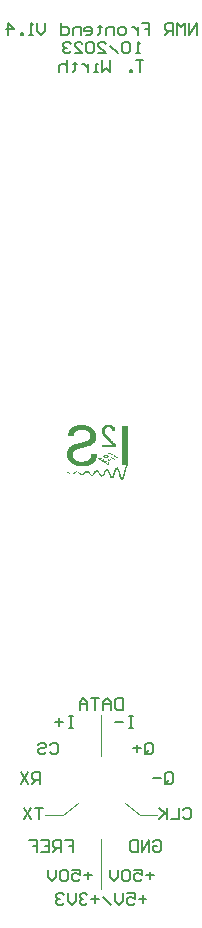
<source format=gbo>
G04*
G04 #@! TF.GenerationSoftware,Altium Limited,Altium Designer,23.11.1 (41)*
G04*
G04 Layer_Color=32896*
%FSLAX25Y25*%
%MOIN*%
G70*
G04*
G04 #@! TF.SameCoordinates,CB1B34B6-0843-45E9-8427-EF7A7B179012*
G04*
G04*
G04 #@! TF.FilePolarity,Positive*
G04*
G01*
G75*
%ADD13C,0.00394*%
%ADD15C,0.00610*%
G36*
X2819Y8163D02*
X3014Y8130D01*
X3290Y8082D01*
X3582Y7952D01*
X3810Y7854D01*
X3972Y7757D01*
X4313Y7416D01*
X4345Y7351D01*
X4475Y7221D01*
X4508Y7091D01*
X4589Y6913D01*
X4654Y6750D01*
X4686Y6491D01*
X4735Y6182D01*
X4654Y6101D01*
X3631Y6117D01*
X3599Y6345D01*
X3534Y6734D01*
X3469Y6799D01*
X3436Y6929D01*
X3225Y7140D01*
X3128Y7173D01*
X2998Y7302D01*
X2024Y7335D01*
X1894Y7302D01*
X1764Y7173D01*
X1634Y7140D01*
X1553Y6994D01*
X1391Y6832D01*
X1359Y6702D01*
X1293Y6539D01*
X1245Y6231D01*
X1261Y5923D01*
X1326Y5760D01*
X1359Y5598D01*
X1423Y5435D01*
X1586Y5143D01*
X1716Y4916D01*
X1813Y4819D01*
X1846Y4754D01*
X1943Y4656D01*
X1975Y4591D01*
X2056Y4510D01*
X2121Y4478D01*
X2170Y4397D01*
X2203Y4332D01*
X2300Y4234D01*
X2332Y4169D01*
X2462Y4039D01*
X2544Y3926D01*
X2608Y3893D01*
X2625Y3845D01*
X2738Y3731D01*
X2803Y3699D01*
X2836Y3634D01*
X2901Y3601D01*
X3079Y3423D01*
X3112Y3358D01*
X3209Y3260D01*
X3290Y3147D01*
X3355Y3114D01*
X3664Y2806D01*
X3745Y2692D01*
X3810Y2660D01*
X4086Y2384D01*
X4102Y2367D01*
X4313Y2156D01*
X4345Y2091D01*
X4394Y2043D01*
X4459Y2010D01*
X4784Y1686D01*
X4816Y1556D01*
X4800Y1020D01*
X4832Y923D01*
X4784Y777D01*
X336Y744D01*
X206Y777D01*
X190Y1215D01*
X157Y1442D01*
X206Y1491D01*
X3355Y1523D01*
X3501Y1572D01*
X3534Y1669D01*
X3420Y1751D01*
X3355Y1783D01*
X3306Y1832D01*
X3274Y1897D01*
X3031Y2140D01*
X2966Y2173D01*
X1586Y3553D01*
X1553Y3617D01*
X1391Y3780D01*
X1359Y3845D01*
X1310Y3861D01*
X1261Y3910D01*
X1229Y3974D01*
X1131Y4072D01*
X1099Y4137D01*
X1050Y4186D01*
X985Y4218D01*
X936Y4299D01*
X904Y4364D01*
X855Y4413D01*
X579Y4819D01*
X482Y4981D01*
X449Y5111D01*
X352Y5208D01*
X320Y5338D01*
X287Y5565D01*
X255Y5663D01*
X222Y6280D01*
X271Y6458D01*
X320Y6832D01*
X352Y6961D01*
X433Y7043D01*
X514Y7254D01*
X612Y7351D01*
X644Y7416D01*
X855Y7627D01*
X920Y7660D01*
X936Y7708D01*
X1115Y7822D01*
X1342Y7952D01*
X1472Y7984D01*
X1521Y8033D01*
X1862Y8114D01*
X1992Y8146D01*
X2089Y8179D01*
X2819Y8163D01*
D02*
G37*
G36*
X2998Y-1236D02*
X3031D01*
X3144Y-1285D01*
X3177Y-1383D01*
X3031Y-1464D01*
X2933Y-1561D01*
X2738Y-1594D01*
X2576Y-1529D01*
X2414Y-1431D01*
X2365Y-1383D01*
X2381Y-1269D01*
X2446Y-1236D01*
X2576Y-1204D01*
X2641Y-1139D01*
X2803Y-1106D01*
X2998Y-1236D01*
D02*
G37*
G36*
X3810Y-1691D02*
X3875Y-1723D01*
X3891Y-1740D01*
X3956Y-1772D01*
X3988Y-1902D01*
X3810Y-2048D01*
X3615Y-2080D01*
X3388Y-2015D01*
X3242Y-1837D01*
X3290Y-1756D01*
X3517Y-1626D01*
X3582Y-1594D01*
X3810Y-1691D01*
D02*
G37*
G36*
X4556Y-2113D02*
X4621Y-2178D01*
X4784Y-2243D01*
X4865Y-2356D01*
X4832Y-2389D01*
Y-2421D01*
X4784Y-2470D01*
X4719Y-2503D01*
X4492Y-2600D01*
X4345Y-2551D01*
X4151Y-2454D01*
X4118Y-2259D01*
X4232Y-2210D01*
X4427Y-2080D01*
X4556Y-2113D01*
D02*
G37*
G36*
X5628Y-2730D02*
X5693Y-2795D01*
X5709Y-2811D01*
X5742Y-2876D01*
X5709Y-2941D01*
X5530Y-2990D01*
X5433Y-3087D01*
X5336Y-3119D01*
X5173Y-3022D01*
X5011Y-2957D01*
X4962Y-2876D01*
X4995Y-2778D01*
X5043Y-2730D01*
X5206Y-2632D01*
X5336Y-2600D01*
X5628Y-2730D01*
D02*
G37*
G36*
X1732Y-1756D02*
X1797Y-1821D01*
X1927Y-1853D01*
X2056Y-1983D01*
X2121Y-2015D01*
X2170Y-2064D01*
X2203Y-2129D01*
X2251Y-2178D01*
X2316Y-2210D01*
X2381Y-2275D01*
X2544Y-2340D01*
X2625Y-2421D01*
X2592Y-2551D01*
X2544Y-2600D01*
X2251Y-2762D01*
X1829Y-2990D01*
X1732Y-3087D01*
X1570Y-3119D01*
X1505Y-3054D01*
X1147Y-2860D01*
X953Y-2730D01*
X790Y-2665D01*
X725Y-2600D01*
X709Y-2584D01*
X514Y-2486D01*
X482Y-2389D01*
X693Y-2275D01*
X758Y-2210D01*
X888Y-2178D01*
X1018Y-2048D01*
X1180Y-2015D01*
X1245Y-1951D01*
X1407Y-1853D01*
X1602Y-1723D01*
X1732Y-1756D01*
D02*
G37*
G36*
X-86Y-2860D02*
X-38Y-2908D01*
X125Y-2973D01*
X157Y-3103D01*
X76Y-3184D01*
X11Y-3217D01*
X-38Y-3266D01*
X-200Y-3330D01*
X-232Y-3428D01*
X-184Y-3444D01*
X-167Y-3460D01*
X-151Y-3477D01*
X76Y-3606D01*
X141Y-3671D01*
X238Y-3704D01*
X255Y-3525D01*
X303Y-3477D01*
X466Y-3412D01*
X531Y-3347D01*
X725Y-3314D01*
X807Y-3395D01*
X969Y-3460D01*
X1001Y-3525D01*
X969Y-3655D01*
X823Y-3769D01*
X531Y-3801D01*
X482Y-3850D01*
X498Y-3866D01*
X660Y-3931D01*
X725Y-3996D01*
X790Y-4028D01*
X1018Y-4191D01*
X1034Y-4175D01*
X1131Y-4012D01*
X1180Y-3963D01*
X1342Y-3899D01*
X1456Y-3785D01*
X1537Y-3801D01*
X1634Y-3899D01*
X1764Y-3931D01*
X1846Y-4012D01*
X1878Y-4142D01*
X1829Y-4191D01*
X1667Y-4223D01*
X1586Y-4304D01*
X1521Y-4467D01*
X1862Y-4645D01*
X1943Y-4597D01*
X1975Y-4532D01*
X2154Y-4386D01*
X2349Y-4353D01*
X2576Y-4386D01*
X2755Y-4564D01*
X2738Y-4645D01*
X2673Y-4678D01*
X2511Y-4743D01*
X2414Y-4840D01*
X2349Y-4873D01*
X2332Y-4954D01*
X2381Y-5003D01*
X2511Y-5035D01*
X2560Y-5084D01*
X2592Y-5311D01*
X2544Y-5360D01*
X2495Y-5311D01*
X2284Y-5230D01*
X2219Y-5165D01*
X2056Y-5100D01*
X1959Y-5003D01*
X1797Y-4970D01*
X1667Y-4840D01*
X1602Y-4808D01*
X1472Y-4775D01*
X1375Y-4678D01*
X1277Y-4645D01*
X1196Y-4564D01*
X985Y-4483D01*
X888Y-4386D01*
X823Y-4353D01*
X693Y-4321D01*
X579Y-4207D01*
X368Y-4126D01*
X303Y-4061D01*
X238Y-4028D01*
X76Y-3931D01*
X-86Y-3866D01*
X-216Y-3736D01*
X-378Y-3704D01*
X-508Y-3574D01*
X-638Y-3542D01*
X-736Y-3444D01*
X-865Y-3412D01*
X-947Y-3298D01*
X-930Y-3217D01*
X-898Y-3087D01*
X-800Y-3119D01*
X-671Y-3152D01*
X-606Y-3249D01*
X-525Y-3233D01*
X-622Y-3136D01*
X-606Y-2990D01*
X-541Y-2957D01*
X-411Y-2925D01*
X-346Y-2860D01*
X-216Y-2827D01*
X-86Y-2860D01*
D02*
G37*
G36*
X3810Y-2827D02*
X3858Y-2876D01*
X3891Y-2941D01*
X3923Y-3071D01*
X4005Y-3152D01*
X4232Y-3087D01*
X4362Y-3119D01*
X4443Y-3201D01*
X4540Y-3363D01*
X4508Y-3493D01*
X4297Y-3606D01*
X4102Y-3542D01*
X3972Y-3574D01*
X3956Y-3525D01*
X4264Y-3477D01*
X4313Y-3428D01*
X4345Y-3363D01*
X4297Y-3314D01*
X4232Y-3282D01*
X4102Y-3249D01*
X3875Y-3282D01*
X3712Y-3347D01*
X3696Y-3395D01*
X3761Y-3558D01*
X3858Y-3590D01*
X3891Y-3655D01*
X3761Y-3785D01*
X3729Y-3882D01*
X3664Y-3947D01*
X3647Y-3963D01*
X3566Y-4045D01*
X3144Y-4077D01*
X2966Y-4061D01*
X2917Y-4012D01*
X2819Y-3850D01*
X2771Y-3801D01*
X2414Y-3769D01*
X2365Y-3720D01*
X2332Y-3655D01*
X2203Y-3558D01*
X2170Y-3395D01*
X2251Y-3314D01*
X2381Y-3282D01*
X2511Y-3152D01*
X2933Y-3119D01*
X2949Y-3071D01*
X2982Y-2941D01*
X3160Y-2795D01*
X3225Y-2762D01*
X3290Y-2697D01*
X3453Y-2665D01*
X3810Y-2827D01*
D02*
G37*
G36*
X-5281Y7919D02*
X-5151Y7887D01*
X-4989Y7789D01*
X-4632Y7757D01*
X-4502Y7724D01*
X-4437Y7660D01*
X-4307Y7627D01*
X-4096Y7546D01*
X-3788Y7432D01*
X-3690Y7335D01*
X-3528Y7302D01*
X-3398Y7173D01*
X-3300Y7140D01*
X-3090Y6994D01*
X-2911Y6848D01*
X-2846Y6815D01*
X-2830Y6767D01*
X-2781Y6718D01*
X-2716Y6685D01*
X-2667Y6637D01*
X-2635Y6572D01*
X-2537Y6507D01*
X-2505Y6442D01*
X-2456Y6393D01*
X-2391Y6361D01*
X-2343Y6247D01*
X-2245Y6150D01*
X-2213Y6085D01*
X-2083Y5890D01*
X-2050Y5825D01*
X-2018Y5695D01*
X-1921Y5598D01*
X-1888Y5435D01*
X-1823Y5208D01*
X-1774Y5160D01*
X-1742Y5030D01*
X-1693Y4591D01*
X-1661Y4267D01*
X-1726Y3390D01*
X-1856Y3098D01*
X-1888Y2838D01*
X-1986Y2741D01*
X-2018Y2676D01*
X-2083Y2514D01*
X-2148Y2449D01*
X-2180Y2384D01*
X-2343Y2156D01*
X-2375Y2091D01*
X-2554Y1913D01*
X-2619Y1881D01*
X-2667Y1832D01*
X-2846Y1686D01*
X-3073Y1556D01*
X-3138Y1491D01*
X-3300Y1393D01*
X-3430Y1361D01*
X-3495Y1296D01*
X-3820Y1166D01*
X-3934Y1118D01*
X-4145Y1069D01*
X-4242Y971D01*
X-4599Y939D01*
X-4794Y809D01*
X-5281Y744D01*
X-5508Y647D01*
X-5768Y614D01*
X-6044Y533D01*
X-6352Y484D01*
X-6612Y419D01*
X-6677Y354D01*
X-6937Y322D01*
X-7164Y290D01*
X-7375Y176D01*
X-7651Y127D01*
X-7830Y46D01*
X-8008Y-3D01*
X-8300Y-132D01*
X-8528Y-197D01*
X-8609Y-279D01*
X-8820Y-360D01*
X-8917Y-457D01*
X-8982Y-490D01*
X-9161Y-668D01*
X-9193Y-733D01*
X-9258Y-798D01*
X-9356Y-960D01*
X-9420Y-1188D01*
X-9485Y-1253D01*
X-9518Y-1512D01*
X-9550Y-1610D01*
X-9518Y-2324D01*
X-9388Y-2519D01*
X-9356Y-2681D01*
X-9323Y-2811D01*
X-9274Y-2827D01*
X-9161Y-3038D01*
X-9063Y-3201D01*
X-8852Y-3412D01*
X-8787Y-3444D01*
X-8739Y-3493D01*
X-8560Y-3639D01*
X-8495Y-3671D01*
X-8446Y-3720D01*
X-8235Y-3801D01*
X-8170Y-3866D01*
X-8008Y-3931D01*
X-7635Y-4045D01*
X-7229Y-4093D01*
X-7132Y-4126D01*
X-5995Y-4158D01*
X-5898Y-4126D01*
X-5346Y-4061D01*
X-5216Y-4028D01*
X-4859Y-3931D01*
X-4729Y-3899D01*
X-4632Y-3801D01*
X-4437Y-3769D01*
X-4339Y-3671D01*
X-4112Y-3542D01*
X-4080Y-3477D01*
X-3966Y-3395D01*
X-3934Y-3330D01*
X-3771Y-3168D01*
X-3739Y-3038D01*
X-3609Y-2908D01*
X-3576Y-2811D01*
X-3544Y-2681D01*
X-3447Y-2454D01*
X-3414Y-2324D01*
X-3365Y-1886D01*
X-3382Y-1675D01*
X-3300Y-1594D01*
X-1466Y-1610D01*
X-1434Y-1740D01*
X-1466Y-1837D01*
X-1434Y-1902D01*
X-1450Y-1951D01*
X-1515Y-2373D01*
X-1547Y-2535D01*
X-1612Y-2925D01*
X-1677Y-3087D01*
X-1726Y-3298D01*
X-1839Y-3509D01*
X-1888Y-3688D01*
X-2002Y-3801D01*
X-2083Y-4012D01*
X-2132Y-4028D01*
X-2180Y-4110D01*
X-2213Y-4175D01*
X-2343Y-4304D01*
X-2375Y-4369D01*
X-2424Y-4386D01*
X-2473Y-4434D01*
X-2505Y-4499D01*
X-2619Y-4613D01*
X-2684Y-4645D01*
X-2813Y-4775D01*
X-2878Y-4808D01*
X-3008Y-4938D01*
X-3073Y-4970D01*
X-3235Y-5035D01*
X-3349Y-5116D01*
X-3560Y-5197D01*
X-3625Y-5262D01*
X-3852Y-5295D01*
X-4047Y-5424D01*
X-4404Y-5457D01*
X-4632Y-5554D01*
X-4761Y-5587D01*
X-4859Y-5619D01*
X-6482Y-5652D01*
X-7489Y-5619D01*
X-7716Y-5587D01*
X-7943Y-5489D01*
X-8268Y-5457D01*
X-8398Y-5424D01*
X-8690Y-5295D01*
X-8820Y-5262D01*
X-8998Y-5181D01*
X-9209Y-5100D01*
X-9258Y-5051D01*
X-9469Y-4970D01*
X-9567Y-4873D01*
X-9729Y-4808D01*
X-9826Y-4710D01*
X-9891Y-4678D01*
X-9956Y-4613D01*
X-10021Y-4580D01*
X-10183Y-4418D01*
X-10248Y-4386D01*
X-10524Y-4110D01*
X-10557Y-4045D01*
X-10719Y-3882D01*
X-10752Y-3817D01*
X-10849Y-3655D01*
X-10881Y-3590D01*
X-11011Y-3395D01*
X-11044Y-3298D01*
X-11076Y-3168D01*
X-11206Y-3038D01*
X-11239Y-2778D01*
X-11271Y-2649D01*
X-11336Y-2486D01*
X-11368Y-2389D01*
X-11401Y-1707D01*
X-11368Y-895D01*
X-11336Y-766D01*
X-11255Y-587D01*
X-11222Y-327D01*
X-11190Y-197D01*
X-11125Y-165D01*
X-11076Y-116D01*
X-11044Y79D01*
X-10979Y143D01*
X-10881Y306D01*
X-10817Y371D01*
X-10784Y436D01*
X-10654Y566D01*
X-10622Y630D01*
X-10541Y712D01*
X-10476Y744D01*
X-10378Y841D01*
X-10216Y939D01*
X-10119Y1036D01*
X-9696Y1264D01*
X-9583Y1345D01*
X-9372Y1393D01*
X-9242Y1523D01*
X-9015Y1556D01*
X-8722Y1686D01*
X-8592Y1718D01*
X-8317Y1799D01*
X-8073Y1848D01*
X-7797Y1962D01*
X-7391Y2010D01*
X-7261Y2043D01*
X-7099Y2140D01*
X-6774Y2173D01*
X-6645Y2205D01*
X-6482Y2270D01*
X-6287Y2303D01*
X-6028Y2367D01*
X-5865Y2432D01*
X-5573Y2465D01*
X-5443Y2497D01*
X-5346Y2595D01*
X-5054Y2627D01*
X-4924Y2660D01*
X-4826Y2757D01*
X-4696Y2789D01*
X-4339Y2952D01*
X-4112Y3082D01*
X-4064Y3130D01*
X-4031Y3195D01*
X-3901Y3325D01*
X-3869Y3390D01*
X-3771Y3488D01*
X-3739Y3617D01*
X-3674Y3780D01*
X-3609Y3845D01*
X-3576Y4819D01*
X-3706Y5014D01*
X-3739Y5143D01*
X-3804Y5306D01*
X-3901Y5468D01*
X-4031Y5598D01*
X-4064Y5663D01*
X-4112Y5711D01*
X-4177Y5744D01*
X-4275Y5841D01*
X-4437Y5939D01*
X-4550Y6052D01*
X-4729Y6101D01*
X-4810Y6182D01*
X-4972Y6247D01*
X-5135Y6280D01*
X-5297Y6345D01*
X-5427Y6377D01*
X-5833Y6426D01*
X-5930Y6458D01*
X-7018Y6442D01*
X-7424Y6393D01*
X-7554Y6361D01*
X-7700Y6312D01*
X-7878Y6263D01*
X-8106Y6199D01*
X-8187Y6117D01*
X-8365Y6069D01*
X-8414Y6020D01*
X-8446Y5955D01*
X-8495Y5939D01*
X-8868Y5565D01*
X-8901Y5468D01*
X-9031Y5273D01*
X-9063Y5143D01*
Y5111D01*
X-9128Y4981D01*
X-9161Y4689D01*
X-9209Y4543D01*
X-10898Y4510D01*
X-11028Y4543D01*
X-11060Y4608D01*
X-11028Y5127D01*
X-10995Y5289D01*
X-10914Y5500D01*
X-10881Y5630D01*
X-10833Y5776D01*
X-10719Y6085D01*
X-10654Y6150D01*
X-10622Y6215D01*
X-10557Y6377D01*
X-10492Y6442D01*
X-10378Y6621D01*
X-10313Y6653D01*
X-10297Y6702D01*
X-10086Y6913D01*
X-10021Y6945D01*
X-9891Y7075D01*
X-9713Y7189D01*
X-9680Y7254D01*
X-9437Y7367D01*
X-9015Y7595D01*
X-8787Y7660D01*
X-8722Y7724D01*
X-8528Y7757D01*
X-8300Y7789D01*
X-8008Y7919D01*
X-5995Y7952D01*
X-5281Y7919D01*
D02*
G37*
G36*
X8826Y7578D02*
X8858Y-4921D01*
X8826Y-5441D01*
X8761Y-5603D01*
X8664Y-5765D01*
X8598Y-5830D01*
X8534Y-6090D01*
X8452Y-6171D01*
X8404Y-6350D01*
X8371Y-6674D01*
X8274Y-6772D01*
X8225Y-7080D01*
X8177Y-7324D01*
X8111Y-7486D01*
X8079Y-7746D01*
X7998Y-7925D01*
X7949Y-8233D01*
X7917Y-8460D01*
X7884Y-8558D01*
X7803Y-8671D01*
X7754Y-9045D01*
X7722Y-9174D01*
X7657Y-9239D01*
X7625Y-9434D01*
X7511Y-9645D01*
X7462Y-9824D01*
X7381Y-9905D01*
X7251Y-10100D01*
X6829Y-10132D01*
X6699Y-10100D01*
X6683Y-10051D01*
X6618Y-10019D01*
X6391Y-9726D01*
Y-9694D01*
X6293Y-9532D01*
X6196Y-9142D01*
X6099Y-9045D01*
X6066Y-8687D01*
X5953Y-8476D01*
X5904Y-8168D01*
X5823Y-7957D01*
X5774Y-7713D01*
X5644Y-7421D01*
X5612Y-7162D01*
X5579Y-7032D01*
X5482Y-6934D01*
X5449Y-6772D01*
X5417Y-6642D01*
X5336Y-6561D01*
X5206Y-6528D01*
X5125Y-6674D01*
X5060Y-6837D01*
X4995Y-6902D01*
X4962Y-7097D01*
X4930Y-7226D01*
X4881Y-7275D01*
X4816Y-7438D01*
X4767Y-7713D01*
X4702Y-7778D01*
X4670Y-7908D01*
X4605Y-8135D01*
X4540Y-8200D01*
X4508Y-8525D01*
X4378Y-8655D01*
X4345Y-8850D01*
X4313Y-8980D01*
X4216Y-9077D01*
X4151Y-9239D01*
X3907Y-9483D01*
X3420Y-9515D01*
X3290Y-9483D01*
X3079Y-9272D01*
X2949Y-9045D01*
X2852Y-8947D01*
X2819Y-8752D01*
X2690Y-8558D01*
X2625Y-8298D01*
X2544Y-8152D01*
X2446Y-7892D01*
X2332Y-7584D01*
X2235Y-7421D01*
X2203Y-7324D01*
X2170Y-7194D01*
X2089Y-7145D01*
X1992Y-6950D01*
X1894Y-6918D01*
X1781Y-7032D01*
X1651Y-7259D01*
X1553Y-7421D01*
X1505Y-7600D01*
X1440Y-7632D01*
X1391Y-7746D01*
X1229Y-8103D01*
X1196Y-8233D01*
X1147Y-8282D01*
X1066Y-8493D01*
X936Y-8623D01*
X904Y-8752D01*
X742Y-8915D01*
X709Y-8980D01*
X531Y-9061D01*
X433Y-9093D01*
X206Y-9126D01*
X-21Y-9061D01*
X-151Y-9028D01*
X-216Y-8963D01*
X-378Y-8769D01*
X-525Y-8590D01*
X-654Y-8363D01*
X-687Y-8298D01*
X-736Y-8249D01*
X-817Y-8038D01*
X-898Y-7957D01*
X-979Y-7746D01*
X-1044Y-7681D01*
X-1077Y-7616D01*
X-1239Y-7389D01*
X-1417Y-7243D01*
X-1515Y-7210D01*
X-1791Y-7584D01*
X-1888Y-7746D01*
X-2018Y-7876D01*
X-2050Y-8006D01*
X-2115Y-8071D01*
X-2213Y-8233D01*
X-2310Y-8330D01*
X-2343Y-8395D01*
X-2651Y-8704D01*
X-2781Y-8736D01*
X-2878Y-8833D01*
X-3171Y-8866D01*
X-3300Y-8833D01*
X-3463Y-8736D01*
X-3593Y-8704D01*
X-3885Y-8411D01*
X-4031Y-8233D01*
X-4064Y-8168D01*
X-4193Y-8038D01*
X-4226Y-7973D01*
X-4323Y-7876D01*
X-4356Y-7811D01*
X-4664Y-7502D01*
X-4826Y-7470D01*
X-4956Y-7502D01*
X-5135Y-7681D01*
X-5167Y-7746D01*
X-5265Y-7811D01*
X-5297Y-7876D01*
X-5378Y-7957D01*
X-5443Y-7989D01*
X-5460Y-8038D01*
X-5768Y-8347D01*
X-5995Y-8476D01*
X-6109Y-8558D01*
X-6304Y-8590D01*
X-6434Y-8623D01*
X-6742Y-8574D01*
X-6969Y-8476D01*
X-7132Y-8411D01*
X-7197Y-8314D01*
X-7261Y-8282D01*
X-7391Y-8152D01*
X-7456Y-8119D01*
X-7716Y-7859D01*
X-7878Y-7762D01*
X-7976Y-7665D01*
X-8235Y-7632D01*
X-8365Y-7665D01*
X-8414Y-7713D01*
X-9047Y-8184D01*
X-9274Y-8314D01*
X-9339Y-8379D01*
X-9534Y-8411D01*
X-9631Y-8444D01*
X-10313Y-8411D01*
X-10443Y-8282D01*
X-10573Y-8249D01*
X-10800Y-8087D01*
X-11028Y-7957D01*
X-11092Y-7892D01*
X-11206Y-7811D01*
X-11417Y-7762D01*
X-11498Y-7681D01*
X-11450Y-7535D01*
X-11190Y-7502D01*
X-11028Y-7567D01*
X-10979Y-7616D01*
X-10768Y-7665D01*
X-10703Y-7730D01*
X-10476Y-7859D01*
X-10248Y-8022D01*
X-9956Y-8184D01*
X-9794Y-8217D01*
X-9502Y-8087D01*
X-9437Y-8022D01*
X-9372Y-7989D01*
X-9307Y-7925D01*
X-9144Y-7827D01*
X-8982Y-7665D01*
X-8917Y-7632D01*
X-8722Y-7502D01*
X-8592Y-7470D01*
X-8528Y-7405D01*
X-7911Y-7373D01*
X-7683Y-7470D01*
X-7554Y-7502D01*
X-7456Y-7600D01*
X-7391Y-7632D01*
X-7229Y-7795D01*
X-7164Y-7827D01*
X-6904Y-8087D01*
X-6839Y-8119D01*
X-6774Y-8184D01*
X-6482Y-8347D01*
X-6255Y-8249D01*
X-5784Y-7778D01*
X-5752Y-7713D01*
X-5541Y-7502D01*
X-5476Y-7470D01*
X-5411Y-7405D01*
X-5249Y-7308D01*
X-5151Y-7210D01*
X-4664Y-7178D01*
X-4437Y-7210D01*
X-4372Y-7275D01*
X-4210Y-7373D01*
X-3966Y-7616D01*
X-3934Y-7681D01*
X-3836Y-7778D01*
X-3739Y-7941D01*
X-3674Y-7973D01*
X-3560Y-8152D01*
X-3414Y-8330D01*
X-3235Y-8476D01*
X-3041Y-8509D01*
X-2797Y-8265D01*
X-2765Y-8200D01*
X-2700Y-8135D01*
X-2667Y-8038D01*
X-2537Y-7908D01*
X-2456Y-7697D01*
X-2391Y-7665D01*
X-2310Y-7519D01*
X-2245Y-7454D01*
X-2213Y-7389D01*
X-1872Y-7048D01*
X-1807Y-7015D01*
X-1645Y-6950D01*
X-1320Y-6918D01*
X-1158Y-6983D01*
X-1028Y-7015D01*
X-898Y-7145D01*
X-752Y-7324D01*
X-589Y-7551D01*
X-427Y-7843D01*
X-362Y-7908D01*
X-330Y-8071D01*
X-281Y-8119D01*
X-216Y-8152D01*
X-167Y-8265D01*
X-103Y-8428D01*
X141Y-8769D01*
X271Y-8801D01*
X384Y-8687D01*
X514Y-8460D01*
X774Y-7973D01*
X807Y-7843D01*
X904Y-7746D01*
X936Y-7616D01*
X1001Y-7454D01*
X1261Y-6967D01*
X1326Y-6902D01*
X1407Y-6788D01*
X1521Y-6707D01*
X1602Y-6593D01*
X2056Y-6561D01*
X2186Y-6593D01*
X2284Y-6691D01*
X2349Y-6723D01*
X2495Y-6902D01*
X2527Y-6967D01*
X2608Y-7048D01*
X2657Y-7259D01*
X2755Y-7356D01*
X2819Y-7519D01*
X2852Y-7649D01*
X2901Y-7697D01*
X2949Y-7876D01*
X3063Y-8087D01*
X3112Y-8363D01*
X3209Y-8460D01*
X3242Y-8525D01*
X3274Y-8655D01*
X3306Y-8752D01*
X3404Y-8915D01*
X3469Y-9077D01*
X3647Y-9158D01*
X3696Y-9110D01*
X3729Y-9012D01*
X3793Y-8850D01*
X3875Y-8736D01*
X3923Y-8558D01*
X3956Y-8428D01*
X4021Y-8363D01*
X4086Y-8103D01*
X4183Y-7876D01*
X4216Y-7681D01*
X4248Y-7551D01*
X4345Y-7454D01*
X4378Y-7097D01*
X4508Y-6967D01*
X4540Y-6772D01*
X4605Y-6610D01*
X4735Y-6382D01*
X4978Y-6139D01*
X5498Y-6106D01*
X5709Y-6252D01*
X5904Y-6610D01*
X5936Y-6707D01*
X6017Y-6821D01*
X6066Y-7129D01*
X6196Y-7324D01*
X6228Y-7616D01*
X6342Y-7892D01*
X6375Y-8022D01*
X6407Y-8217D01*
X6472Y-8379D01*
X6521Y-8623D01*
X6586Y-8850D01*
X6650Y-8915D01*
X6683Y-9174D01*
X6716Y-9304D01*
X6813Y-9402D01*
X6845Y-9596D01*
X6910Y-9661D01*
X6991Y-9645D01*
X7073Y-9467D01*
X7137Y-9402D01*
X7170Y-9110D01*
X7203Y-8980D01*
X7300Y-8882D01*
X7365Y-8395D01*
X7397Y-8265D01*
X7446Y-8217D01*
X7495Y-7973D01*
X7560Y-7713D01*
X7592Y-7616D01*
X7625Y-7356D01*
X7689Y-7097D01*
X7738Y-7048D01*
X7787Y-6804D01*
X7819Y-6480D01*
X7917Y-6382D01*
X7949Y-6155D01*
X8047Y-5928D01*
X8079Y-5863D01*
X8177Y-5636D01*
X8209Y-5571D01*
X8258Y-5522D01*
X8323Y-5489D01*
X8371Y-5441D01*
X8404Y-5376D01*
X8355Y-5327D01*
X7089Y-5295D01*
X7040Y-5246D01*
X7056Y7595D01*
X8680Y7627D01*
X8826Y7578D01*
D02*
G37*
%LPC*%
G36*
X1634Y-2275D02*
X1472Y-2340D01*
X1423Y-2389D01*
X1407Y-2405D01*
X1391Y-2421D01*
X1570Y-2535D01*
X1667Y-2568D01*
X1716Y-2519D01*
X1846Y-2486D01*
X1878Y-2389D01*
X1634Y-2275D01*
D02*
G37*
G36*
X1277Y-4256D02*
X1229Y-4304D01*
Y-4337D01*
X1245Y-4353D01*
X1310Y-4386D01*
X1359Y-4337D01*
X1342Y-4288D01*
X1277Y-4256D01*
D02*
G37*
G36*
X2121Y-4743D02*
X2040Y-4759D01*
X2056Y-4840D01*
X2138Y-4824D01*
X2154Y-4808D01*
X2170Y-4791D01*
X2121Y-4743D01*
D02*
G37*
G36*
X3420Y-2827D02*
X3258Y-2892D01*
X3193Y-2925D01*
X3144Y-2973D01*
X3112Y-3038D01*
X3063Y-3087D01*
X2966Y-3119D01*
X2949Y-3168D01*
Y-3201D01*
X2933Y-3282D01*
X2446Y-3314D01*
X2365Y-3460D01*
X2381Y-3542D01*
X2738Y-3574D01*
X2868Y-3542D01*
X2933Y-3477D01*
X2966Y-3314D01*
X3095Y-3282D01*
X3144Y-3168D01*
X3209Y-3136D01*
X3453Y-3087D01*
X3550Y-3119D01*
X3680Y-3087D01*
X3696Y-3006D01*
X3550Y-2860D01*
X3420Y-2827D01*
D02*
G37*
G36*
X3469Y-3298D02*
X3160Y-3314D01*
X3112Y-3493D01*
X3160Y-3542D01*
X3258Y-3574D01*
X3355Y-3542D01*
X3453Y-3574D01*
X3566Y-3460D01*
X3582Y-3444D01*
X3631Y-3395D01*
X3599Y-3330D01*
X3469Y-3298D01*
D02*
G37*
G36*
X3485Y-3606D02*
X3371Y-3720D01*
X3014Y-3752D01*
X2982Y-3882D01*
X3079Y-3915D01*
X3258Y-3963D01*
X3355Y-3931D01*
X3485D01*
X3631Y-3720D01*
X3615Y-3639D01*
X3485Y-3606D01*
D02*
G37*
%LPD*%
D13*
X0Y-102362D02*
Y-88583D01*
X12795Y-122047D02*
X18701D01*
X7874Y-118110D02*
X12795Y-122047D01*
X-12795D02*
X-7874Y-118110D01*
X-18701Y-122047D02*
X-12795D01*
X0Y-146653D02*
Y-129921D01*
D15*
X31814Y138078D02*
Y142014D01*
X29190Y138078D01*
Y142014D01*
X27878Y138078D02*
Y142014D01*
X26566Y140702D01*
X25254Y142014D01*
Y138078D01*
X23942D02*
Y142014D01*
X21974D01*
X21319Y141358D01*
Y140046D01*
X21974Y139390D01*
X23942D01*
X22630D02*
X21319Y138078D01*
X13447Y142014D02*
X16071D01*
Y140046D01*
X14759D01*
X16071D01*
Y138078D01*
X12135Y140702D02*
Y138078D01*
Y139390D01*
X11479Y140046D01*
X10823Y140702D01*
X10167D01*
X7543Y138078D02*
X6232D01*
X5576Y138734D01*
Y140046D01*
X6232Y140702D01*
X7543D01*
X8200Y140046D01*
Y138734D01*
X7543Y138078D01*
X4264D02*
Y140702D01*
X2296D01*
X1640Y140046D01*
Y138078D01*
X-328Y141358D02*
Y140702D01*
X328D01*
X-984D01*
X-328D01*
Y138734D01*
X-984Y138078D01*
X-4920D02*
X-3608D01*
X-2952Y138734D01*
Y140046D01*
X-3608Y140702D01*
X-4920D01*
X-5576Y140046D01*
Y139390D01*
X-2952D01*
X-6888Y138078D02*
Y140702D01*
X-8855D01*
X-9511Y140046D01*
Y138078D01*
X-13447Y142014D02*
Y138078D01*
X-11479D01*
X-10823Y138734D01*
Y140046D01*
X-11479Y140702D01*
X-13447D01*
X-18695Y142014D02*
Y139390D01*
X-20007Y138078D01*
X-21319Y139390D01*
Y142014D01*
X-22630Y138078D02*
X-23942D01*
X-23287D01*
Y142014D01*
X-22630Y141358D01*
X-25910Y138078D02*
Y138734D01*
X-26566D01*
Y138078D01*
X-25910D01*
X-31158D02*
Y142014D01*
X-29190Y140046D01*
X-31814D01*
X12791Y131890D02*
X11479D01*
X12135D01*
Y135826D01*
X12791Y135170D01*
X9511D02*
X8855Y135826D01*
X7543D01*
X6888Y135170D01*
Y132546D01*
X7543Y131890D01*
X8855D01*
X9511Y132546D01*
Y135170D01*
X5576Y131890D02*
X2952Y134514D01*
X-984Y131890D02*
X1640D01*
X-984Y134514D01*
Y135170D01*
X-328Y135826D01*
X984D01*
X1640Y135170D01*
X-2296D02*
X-2952Y135826D01*
X-4264D01*
X-4920Y135170D01*
Y132546D01*
X-4264Y131890D01*
X-2952D01*
X-2296Y132546D01*
Y135170D01*
X-8855Y131890D02*
X-6232D01*
X-8855Y134514D01*
Y135170D01*
X-8200Y135826D01*
X-6888D01*
X-6232Y135170D01*
X-10167D02*
X-10823Y135826D01*
X-12135D01*
X-12791Y135170D01*
Y134514D01*
X-12135Y133858D01*
X-11479D01*
X-12135D01*
X-12791Y133202D01*
Y132546D01*
X-12135Y131890D01*
X-10823D01*
X-10167Y132546D01*
X14103Y129639D02*
X11479D01*
X12791D01*
Y125703D01*
X10167D02*
Y126359D01*
X9511D01*
Y125703D01*
X10167D01*
X2952Y129639D02*
Y125703D01*
X1640Y127015D01*
X328Y125703D01*
Y129639D01*
X-984Y125703D02*
X-2296D01*
X-1640D01*
Y128327D01*
X-984D01*
X-4264D02*
Y125703D01*
Y127015D01*
X-4920Y127671D01*
X-5576Y128327D01*
X-6232D01*
X-8855Y128983D02*
Y128327D01*
X-8200D01*
X-9511D01*
X-8855D01*
Y126359D01*
X-9511Y125703D01*
X-11479Y129639D02*
Y125703D01*
Y127671D01*
X-12135Y128327D01*
X-13447D01*
X-14103Y127671D01*
Y125703D01*
X-9469Y-88958D02*
X-10780D01*
X-10125D01*
Y-92894D01*
X-9469D01*
X-10780D01*
X-12748Y-90926D02*
X-15372D01*
X-14060Y-89614D02*
Y-92238D01*
X7215Y-83052D02*
Y-86988D01*
X5248D01*
X4592Y-86332D01*
Y-83708D01*
X5248Y-83052D01*
X7215D01*
X3280Y-86988D02*
Y-84364D01*
X1968Y-83052D01*
X656Y-84364D01*
Y-86988D01*
Y-85020D01*
X3280D01*
X-656Y-83052D02*
X-3280D01*
X-1968D01*
Y-86988D01*
X-4592D02*
Y-84364D01*
X-5904Y-83052D01*
X-7215Y-84364D01*
Y-86988D01*
Y-85020D01*
X-4592D01*
X27278Y-120126D02*
X27934Y-119470D01*
X29246D01*
X29902Y-120126D01*
Y-122749D01*
X29246Y-123406D01*
X27934D01*
X27278Y-122749D01*
X25966Y-119470D02*
Y-123406D01*
X23342D01*
X22030Y-119470D02*
Y-123406D01*
Y-122094D01*
X19406Y-119470D01*
X21374Y-121438D01*
X19406Y-123406D01*
X-19311Y-119470D02*
X-21935D01*
X-20623D01*
Y-123406D01*
X-23247Y-119470D02*
X-25871Y-123406D01*
Y-119470D02*
X-23247Y-123406D01*
X-17014Y-98472D02*
X-16358Y-97816D01*
X-15046D01*
X-14390Y-98472D01*
Y-101096D01*
X-15046Y-101752D01*
X-16358D01*
X-17014Y-101096D01*
X-20949Y-98472D02*
X-20293Y-97816D01*
X-18981D01*
X-18326Y-98472D01*
Y-99128D01*
X-18981Y-99784D01*
X-20293D01*
X-20949Y-100440D01*
Y-101096D01*
X-20293Y-101752D01*
X-18981D01*
X-18326Y-101096D01*
X-20295Y-111594D02*
Y-107659D01*
X-22263D01*
X-22919Y-108315D01*
Y-109627D01*
X-22263Y-110283D01*
X-20295D01*
X-21607D02*
X-22919Y-111594D01*
X-24231Y-107659D02*
X-26855Y-111594D01*
Y-107659D02*
X-24231Y-111594D01*
X15087Y-149981D02*
X12463D01*
X13775Y-148669D02*
Y-151293D01*
X8527Y-148013D02*
X11151D01*
Y-149981D01*
X9839Y-149325D01*
X9183D01*
X8527Y-149981D01*
Y-151293D01*
X9183Y-151949D01*
X10495D01*
X11151Y-151293D01*
X7215Y-148013D02*
Y-150637D01*
X5904Y-151949D01*
X4592Y-150637D01*
Y-148013D01*
X3280Y-151949D02*
X656Y-149325D01*
X-656Y-149981D02*
X-3280D01*
X-1968Y-148669D02*
Y-151293D01*
X-4592Y-148669D02*
X-5248Y-148013D01*
X-6560D01*
X-7215Y-148669D01*
Y-149325D01*
X-6560Y-149981D01*
X-5904D01*
X-6560D01*
X-7215Y-150637D01*
Y-151293D01*
X-6560Y-151949D01*
X-5248D01*
X-4592Y-151293D01*
X-8527Y-148013D02*
Y-150637D01*
X-9839Y-151949D01*
X-11151Y-150637D01*
Y-148013D01*
X-12463Y-148669D02*
X-13119Y-148013D01*
X-14431D01*
X-15087Y-148669D01*
Y-149325D01*
X-14431Y-149981D01*
X-13775D01*
X-14431D01*
X-15087Y-150637D01*
Y-151293D01*
X-14431Y-151949D01*
X-13119D01*
X-12463Y-151293D01*
X-12141Y-130297D02*
X-9517D01*
Y-132264D01*
X-10829D01*
X-9517D01*
Y-134232D01*
X-13453D02*
Y-130297D01*
X-15420D01*
X-16076Y-130953D01*
Y-132264D01*
X-15420Y-132920D01*
X-13453D01*
X-14764D02*
X-16076Y-134232D01*
X-20012Y-130297D02*
X-17388D01*
Y-134232D01*
X-20012D01*
X-17388Y-132264D02*
X-18700D01*
X-23948Y-130297D02*
X-21324D01*
Y-132264D01*
X-22636D01*
X-21324D01*
Y-134232D01*
X17388Y-130953D02*
X18044Y-130297D01*
X19355D01*
X20011Y-130953D01*
Y-133576D01*
X19355Y-134232D01*
X18044D01*
X17388Y-133576D01*
Y-132264D01*
X18699D01*
X16076Y-134232D02*
Y-130297D01*
X13452Y-134232D01*
Y-130297D01*
X12140D02*
Y-134232D01*
X10172D01*
X9516Y-133576D01*
Y-130953D01*
X10172Y-130297D01*
X12140D01*
X17500Y-142107D02*
X14876D01*
X16188Y-140795D02*
Y-143419D01*
X10940Y-140139D02*
X13564D01*
Y-142107D01*
X12252Y-141451D01*
X11596D01*
X10940Y-142107D01*
Y-143419D01*
X11596Y-144075D01*
X12908D01*
X13564Y-143419D01*
X9629Y-140795D02*
X8973Y-140139D01*
X7661D01*
X7005Y-140795D01*
Y-143419D01*
X7661Y-144075D01*
X8973D01*
X9629Y-143419D01*
Y-140795D01*
X5693Y-140139D02*
Y-142763D01*
X4381Y-144075D01*
X3069Y-142763D01*
Y-140139D01*
X-3169Y-142107D02*
X-5793D01*
X-4481Y-140795D02*
Y-143419D01*
X-9729Y-140139D02*
X-7105D01*
Y-142107D01*
X-8417Y-141451D01*
X-9073D01*
X-9729Y-142107D01*
Y-143419D01*
X-9073Y-144075D01*
X-7761D01*
X-7105Y-143419D01*
X-11041Y-140795D02*
X-11697Y-140139D01*
X-13009D01*
X-13665Y-140795D01*
Y-143419D01*
X-13009Y-144075D01*
X-11697D01*
X-11041Y-143419D01*
Y-140795D01*
X-14976Y-140139D02*
Y-142763D01*
X-16288Y-144075D01*
X-17600Y-142763D01*
Y-140139D01*
X10451Y-88958D02*
X9139D01*
X9795D01*
Y-92894D01*
X10451D01*
X9139D01*
X7171Y-90926D02*
X4547D01*
X21372Y-110939D02*
Y-108315D01*
X22028Y-107659D01*
X23340D01*
X23996Y-108315D01*
Y-110939D01*
X23340Y-111594D01*
X22028D01*
X22684Y-110283D02*
X21372Y-111594D01*
X22028D02*
X21372Y-110939D01*
X20060Y-109627D02*
X17436D01*
X14482Y-101096D02*
Y-98472D01*
X15138Y-97816D01*
X16450D01*
X17106Y-98472D01*
Y-101096D01*
X16450Y-101752D01*
X15138D01*
X15794Y-100440D02*
X14482Y-101752D01*
X15138D02*
X14482Y-101096D01*
X13171Y-99784D02*
X10547D01*
X11859Y-98472D02*
Y-101096D01*
M02*

</source>
